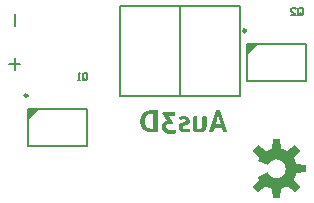
<source format=gbo>
G04 Layer_Color=32896*
%FSLAX44Y44*%
%MOMM*%
G71*
G01*
G75*
%ADD13C,0.2500*%
%ADD25C,0.1270*%
%ADD29C,0.2000*%
%ADD42C,0.1500*%
G36*
X152409Y79572D02*
X152784Y79522D01*
X153159Y79447D01*
X153484Y79372D01*
X153784Y79272D01*
X154084Y79172D01*
X154334Y79072D01*
X154559Y78972D01*
X154759Y78872D01*
X154934Y78772D01*
X155084Y78697D01*
X155184Y78622D01*
X155259Y78572D01*
X155309Y78547D01*
X155334Y78522D01*
X155584Y78322D01*
X155784Y78097D01*
X155958Y77847D01*
X156133Y77597D01*
X156383Y77097D01*
X156533Y76622D01*
X156633Y76198D01*
X156658Y75998D01*
X156683Y75848D01*
X156708Y75698D01*
Y75598D01*
Y75548D01*
Y75523D01*
X156683Y74973D01*
X156583Y74473D01*
X156458Y74073D01*
X156308Y73723D01*
X156159Y73473D01*
X156033Y73273D01*
X155934Y73173D01*
X155909Y73123D01*
X155584Y72848D01*
X155234Y72598D01*
X154859Y72398D01*
X154484Y72224D01*
X154184Y72098D01*
X153909Y71999D01*
X153809Y71974D01*
X153734Y71948D01*
X153709Y71924D01*
X153684D01*
X152109Y71474D01*
X151885Y71399D01*
X151685Y71324D01*
X151510Y71249D01*
X151360Y71174D01*
X151260Y71099D01*
X151185Y71049D01*
X151135Y71024D01*
X151110Y70999D01*
X150985Y70899D01*
X150885Y70774D01*
X150835Y70624D01*
X150785Y70474D01*
X150760Y70349D01*
X150735Y70249D01*
Y70174D01*
Y70149D01*
X150785Y69849D01*
X150860Y69624D01*
X150935Y69474D01*
X150985Y69449D01*
Y69424D01*
X151160Y69249D01*
X151360Y69124D01*
X151510Y69024D01*
X151535Y68999D01*
X151560D01*
X151835Y68899D01*
X152085Y68824D01*
X152184Y68799D01*
X152260D01*
X152310Y68774D01*
X152334D01*
X152634Y68749D01*
X152884Y68724D01*
X153109D01*
X153684Y68749D01*
X153959Y68774D01*
X154184Y68799D01*
X154384Y68824D01*
X154534Y68849D01*
X154634Y68874D01*
X154659D01*
X155234Y69024D01*
X155484Y69099D01*
X155734Y69199D01*
X155958Y69274D01*
X156109Y69324D01*
X156208Y69349D01*
X156258Y69374D01*
X156458Y68899D01*
X156558Y68674D01*
X156608Y68449D01*
X156683Y68274D01*
X156733Y68149D01*
X156758Y68050D01*
Y68025D01*
X156858Y67525D01*
X156908Y67275D01*
X156933Y67075D01*
X156958Y66900D01*
X156983Y66775D01*
Y66675D01*
Y66650D01*
X156608Y66525D01*
X156308Y66425D01*
X156184Y66375D01*
X156083Y66350D01*
X156033Y66325D01*
X156009D01*
X155659Y66250D01*
X155359Y66175D01*
X155259Y66150D01*
X155159D01*
X155109Y66125D01*
X155084D01*
X154734Y66075D01*
X154409Y66025D01*
X154284D01*
X154184Y66000D01*
X154109D01*
X153709Y65975D01*
X153359Y65950D01*
X152984D01*
X152484Y65975D01*
X152035Y66000D01*
X151635Y66050D01*
X151285Y66125D01*
X150985Y66175D01*
X150760Y66225D01*
X150635Y66250D01*
X150585Y66275D01*
X150185Y66425D01*
X149835Y66575D01*
X149535Y66725D01*
X149260Y66875D01*
X149060Y67000D01*
X148885Y67100D01*
X148785Y67175D01*
X148760Y67200D01*
X148485Y67425D01*
X148260Y67675D01*
X148086Y67900D01*
X147911Y68124D01*
X147786Y68324D01*
X147711Y68474D01*
X147661Y68574D01*
X147636Y68599D01*
X147511Y68924D01*
X147411Y69224D01*
X147336Y69524D01*
X147286Y69799D01*
X147261Y70024D01*
X147236Y70224D01*
Y70324D01*
Y70374D01*
Y70699D01*
X147261Y70999D01*
X147311Y71249D01*
X147336Y71474D01*
X147386Y71649D01*
X147436Y71799D01*
X147461Y71874D01*
Y71899D01*
X147561Y72123D01*
X147661Y72348D01*
X147761Y72523D01*
X147861Y72673D01*
X147961Y72798D01*
X148036Y72898D01*
X148086Y72948D01*
X148111Y72973D01*
X148435Y73273D01*
X148735Y73473D01*
X148885Y73573D01*
X148985Y73623D01*
X149060Y73673D01*
X149085D01*
X149510Y73873D01*
X149735Y73973D01*
X149935Y74048D01*
X150110Y74123D01*
X150235Y74148D01*
X150335Y74198D01*
X150360D01*
X151785Y74623D01*
X152010Y74698D01*
X152210Y74773D01*
X152385Y74848D01*
X152534Y74923D01*
X152634Y74973D01*
X152709Y75023D01*
X152759Y75048D01*
X152784D01*
X152884Y75148D01*
X152959Y75273D01*
X153059Y75523D01*
X153084Y75648D01*
X153109Y75723D01*
Y75798D01*
Y75823D01*
X153084Y76023D01*
X153034Y76198D01*
X152959Y76347D01*
X152859Y76472D01*
X152784Y76572D01*
X152709Y76622D01*
X152659Y76672D01*
X152634D01*
X152434Y76772D01*
X152210Y76822D01*
X151760Y76922D01*
X151585D01*
X151435Y76947D01*
X151285D01*
X150710Y76922D01*
X150460Y76897D01*
X150210Y76847D01*
X150035Y76822D01*
X149885Y76772D01*
X149785Y76747D01*
X149760D01*
X149235Y76597D01*
X149010Y76547D01*
X148810Y76472D01*
X148635Y76422D01*
X148510Y76372D01*
X148435Y76322D01*
X148411D01*
X148210Y76747D01*
X148036Y77122D01*
X147986Y77297D01*
X147936Y77422D01*
X147911Y77522D01*
Y77547D01*
X147786Y78072D01*
X147736Y78297D01*
X147711Y78497D01*
X147686Y78672D01*
X147661Y78822D01*
Y78897D01*
Y78922D01*
X148385Y79147D01*
X148735Y79247D01*
X149010Y79322D01*
X149285Y79372D01*
X149460Y79422D01*
X149585Y79447D01*
X149635D01*
X150335Y79547D01*
X150660Y79572D01*
X150960Y79597D01*
X151210Y79622D01*
X151985D01*
X152409Y79572D01*
D02*
G37*
G36*
X125491Y84720D02*
X125941D01*
X126316Y84695D01*
X126641Y84670D01*
X126891D01*
X127041Y84645D01*
X127091D01*
X127516Y84620D01*
X127916Y84595D01*
X128291Y84545D01*
X128640Y84520D01*
X128916Y84495D01*
X129140Y84470D01*
X129265Y84445D01*
X129315D01*
Y66250D01*
X128916Y66200D01*
X128516Y66175D01*
X128166Y66125D01*
X127841Y66100D01*
X127566Y66075D01*
X127341D01*
X127216Y66050D01*
X127166D01*
X126316Y66000D01*
X125916Y65975D01*
X125541D01*
X125241Y65950D01*
X124767D01*
X123867Y65975D01*
X123017Y66050D01*
X122217Y66150D01*
X121492Y66300D01*
X120817Y66475D01*
X120218Y66675D01*
X119643Y66875D01*
X119143Y67075D01*
X118718Y67275D01*
X118318Y67500D01*
X117993Y67675D01*
X117743Y67850D01*
X117543Y68000D01*
X117393Y68099D01*
X117293Y68175D01*
X117268Y68200D01*
X116819Y68649D01*
X116419Y69149D01*
X116094Y69674D01*
X115794Y70249D01*
X115544Y70824D01*
X115344Y71399D01*
X115169Y71999D01*
X115044Y72548D01*
X114944Y73098D01*
X114844Y73598D01*
X114794Y74048D01*
X114769Y74448D01*
X114744Y74773D01*
X114719Y75023D01*
Y75098D01*
Y75173D01*
Y75198D01*
Y75223D01*
X114744Y76097D01*
X114819Y76897D01*
X114944Y77647D01*
X115119Y78347D01*
X115294Y78997D01*
X115519Y79572D01*
X115744Y80121D01*
X115969Y80596D01*
X116194Y80996D01*
X116419Y81371D01*
X116644Y81671D01*
X116819Y81921D01*
X116994Y82121D01*
X117119Y82271D01*
X117193Y82346D01*
X117219Y82371D01*
X117718Y82796D01*
X118243Y83146D01*
X118818Y83471D01*
X119418Y83745D01*
X120018Y83970D01*
X120618Y84170D01*
X121217Y84320D01*
X121792Y84445D01*
X122342Y84545D01*
X122842Y84620D01*
X123317Y84670D01*
X123717Y84720D01*
X124042D01*
X124292Y84745D01*
X125016D01*
X125491Y84720D01*
D02*
G37*
G36*
X181077Y84570D02*
X181377D01*
X181477Y84545D01*
X181552D01*
X181902Y84520D01*
X182227Y84495D01*
X182352Y84470D01*
X182452D01*
X182527Y84445D01*
X182552D01*
X188300Y66250D01*
X187625Y66175D01*
X187325Y66125D01*
X187026D01*
X186801Y66100D01*
X186451D01*
X185826Y66125D01*
X185551Y66150D01*
X185276Y66175D01*
X185051Y66200D01*
X184876Y66225D01*
X184776Y66250D01*
X184726D01*
X183676Y69874D01*
X177653D01*
X176628Y66250D01*
X175953Y66175D01*
X175629Y66125D01*
X175354D01*
X175104Y66100D01*
X174754D01*
X174029Y66125D01*
X173679Y66150D01*
X173379Y66175D01*
X173104Y66200D01*
X172904Y66225D01*
X172779Y66250D01*
X172729D01*
X178428Y84445D01*
X178853Y84495D01*
X179028Y84520D01*
X179178D01*
X179328Y84545D01*
X179503D01*
X179852Y84570D01*
X180177Y84595D01*
X180902D01*
X181077Y84570D01*
D02*
G37*
G36*
X169780Y79447D02*
X170080Y79422D01*
X170355Y79397D01*
X170580Y79372D01*
X170780Y79347D01*
X170880Y79322D01*
X170930D01*
Y72298D01*
X170905Y71549D01*
X170855Y70899D01*
X170755Y70299D01*
X170655Y69824D01*
X170630Y69624D01*
X170580Y69449D01*
X170530Y69274D01*
X170480Y69149D01*
X170455Y69049D01*
X170430Y68974D01*
X170405Y68949D01*
Y68924D01*
X170180Y68474D01*
X169955Y68074D01*
X169705Y67750D01*
X169480Y67475D01*
X169280Y67275D01*
X169105Y67125D01*
X169005Y67025D01*
X168955Y67000D01*
X168605Y66775D01*
X168255Y66600D01*
X167906Y66450D01*
X167581Y66325D01*
X167306Y66250D01*
X167081Y66200D01*
X166931Y66150D01*
X166881D01*
X165981Y66025D01*
X165556Y66000D01*
X165181Y65975D01*
X164856Y65950D01*
X164381D01*
X163857Y65975D01*
X163357Y66000D01*
X162882Y66050D01*
X162482Y66100D01*
X162132Y66150D01*
X161857Y66175D01*
X161757Y66200D01*
X161682Y66225D01*
X161632D01*
X161157Y66325D01*
X160732Y66425D01*
X160357Y66500D01*
X160058Y66575D01*
X159808Y66650D01*
X159633Y66700D01*
X159508Y66750D01*
X159483D01*
Y79322D01*
X160133Y79422D01*
X160457Y79447D01*
X160707D01*
X160957Y79472D01*
X161282D01*
X161907Y79447D01*
X162207Y79422D01*
X162482Y79397D01*
X162707Y79372D01*
X162907Y79347D01*
X163007Y79322D01*
X163057D01*
Y69074D01*
X163307Y69024D01*
X163557Y68974D01*
X163832Y68949D01*
X164056Y68924D01*
X164281Y68899D01*
X164856D01*
X165081Y68924D01*
X165281Y68949D01*
X165456Y68974D01*
X165606Y68999D01*
X165706Y69024D01*
X165781Y69049D01*
X165806D01*
X166156Y69199D01*
X166406Y69399D01*
X166506Y69474D01*
X166581Y69549D01*
X166631Y69574D01*
X166656Y69599D01*
X166781Y69749D01*
X166881Y69949D01*
X167056Y70299D01*
X167106Y70449D01*
X167156Y70574D01*
X167181Y70649D01*
Y70674D01*
X167231Y70949D01*
X167256Y71224D01*
X167306Y71524D01*
Y71799D01*
X167331Y72024D01*
Y72224D01*
Y72348D01*
Y72398D01*
Y79322D01*
X167980Y79422D01*
X168305Y79447D01*
X168555D01*
X168805Y79472D01*
X169130D01*
X169780Y79447D01*
D02*
G37*
G36*
X20000Y76000D02*
Y86000D01*
X30000D01*
X20000Y76000D01*
D02*
G37*
G36*
X205000Y131000D02*
Y141000D01*
X215000D01*
X205000Y131000D01*
D02*
G37*
G36*
X144361Y82196D02*
X144387Y81921D01*
X144411Y81671D01*
X144437Y81471D01*
Y81321D01*
Y81221D01*
Y81171D01*
X144411Y80621D01*
X144387Y80371D01*
X144337Y80121D01*
X144312Y79921D01*
X144286Y79771D01*
X144262Y79672D01*
Y79647D01*
X138713D01*
X142087Y73523D01*
X141837Y73148D01*
X141512Y73223D01*
X141237Y73273D01*
X141137D01*
X141037Y73298D01*
X140962D01*
X140612Y73323D01*
X140063D01*
X139588Y73298D01*
X139388Y73273D01*
X139188Y73248D01*
X139038Y73223D01*
X138913Y73198D01*
X138838Y73173D01*
X138813D01*
X138388Y73048D01*
X138188Y72973D01*
X138038Y72923D01*
X137913Y72848D01*
X137813Y72798D01*
X137763Y72773D01*
X137738Y72748D01*
X137438Y72498D01*
X137213Y72249D01*
X137113Y72148D01*
X137063Y72049D01*
X137013Y71999D01*
Y71974D01*
X136913Y71799D01*
X136863Y71599D01*
X136763Y71249D01*
Y71099D01*
X136739Y70974D01*
Y70899D01*
Y70874D01*
X136763Y70549D01*
X136788Y70274D01*
X136838Y70024D01*
X136888Y69799D01*
X136963Y69624D01*
X137013Y69499D01*
X137038Y69424D01*
X137063Y69399D01*
X137313Y68999D01*
X137463Y68824D01*
X137588Y68674D01*
X137713Y68549D01*
X137788Y68474D01*
X137863Y68425D01*
X137888Y68400D01*
X138313Y68149D01*
X138713Y67950D01*
X138888Y67875D01*
X139013Y67850D01*
X139113Y67800D01*
X139138D01*
X139688Y67700D01*
X139938Y67675D01*
X140188Y67650D01*
X140387Y67625D01*
X141087D01*
X141462Y67650D01*
X141787Y67700D01*
X142062Y67725D01*
X142312Y67775D01*
X142487Y67800D01*
X142587Y67825D01*
X142637D01*
X143287Y68000D01*
X143587Y68074D01*
X143862Y68175D01*
X144112Y68225D01*
X144286Y68299D01*
X144411Y68324D01*
X144461Y68349D01*
X144711Y67875D01*
X144811Y67625D01*
X144886Y67425D01*
X144961Y67225D01*
X145011Y67075D01*
X145061Y66975D01*
Y66950D01*
X145186Y66375D01*
X145236Y66125D01*
X145286Y65875D01*
X145311Y65675D01*
X145336Y65525D01*
Y65425D01*
Y65400D01*
X144861Y65250D01*
X144661Y65175D01*
X144461Y65125D01*
X144312Y65075D01*
X144212Y65050D01*
X144137Y65025D01*
X144112D01*
X143687Y64900D01*
X143512Y64850D01*
X143337Y64825D01*
X143187Y64800D01*
X143087Y64775D01*
X143012Y64750D01*
X142987D01*
X142587Y64700D01*
X142387Y64675D01*
X142212Y64650D01*
X142062D01*
X141962Y64625D01*
X141862D01*
X141387Y64600D01*
X141162D01*
X140937Y64575D01*
X140487D01*
X139913Y64600D01*
X139388Y64650D01*
X138888Y64700D01*
X138463Y64800D01*
X138088Y64875D01*
X137813Y64925D01*
X137713Y64950D01*
X137638Y64975D01*
X137613Y65000D01*
X137588D01*
X137088Y65175D01*
X136664Y65350D01*
X136264Y65575D01*
X135914Y65775D01*
X135639Y65950D01*
X135439Y66100D01*
X135314Y66200D01*
X135264Y66225D01*
X134914Y66550D01*
X134589Y66875D01*
X134339Y67225D01*
X134114Y67550D01*
X133939Y67825D01*
X133814Y68050D01*
X133739Y68200D01*
X133714Y68225D01*
Y68250D01*
X133539Y68724D01*
X133389Y69224D01*
X133289Y69699D01*
X133239Y70124D01*
X133189Y70524D01*
Y70674D01*
X133164Y70824D01*
Y70949D01*
Y71024D01*
Y71074D01*
Y71099D01*
Y71399D01*
X133214Y71699D01*
X133264Y71974D01*
X133314Y72224D01*
X133364Y72423D01*
X133414Y72598D01*
X133439Y72698D01*
X133464Y72723D01*
X133589Y73023D01*
X133714Y73298D01*
X133839Y73548D01*
X133989Y73748D01*
X134089Y73923D01*
X134189Y74073D01*
X134264Y74148D01*
X134289Y74173D01*
X134514Y74398D01*
X134739Y74598D01*
X134964Y74773D01*
X135164Y74898D01*
X135364Y75023D01*
X135514Y75098D01*
X135614Y75148D01*
X135639Y75173D01*
X135939Y75298D01*
X136239Y75398D01*
X136538Y75448D01*
X136813Y75498D01*
X137063Y75523D01*
X137238Y75548D01*
X137513D01*
X133439Y82321D01*
X133689Y82746D01*
X144262D01*
X144361Y82196D01*
D02*
G37*
G36*
X234064Y51764D02*
X235583Y51433D01*
X238600Y50063D01*
X239144Y49732D01*
X245494Y54812D01*
X249812Y50494D01*
X244732Y44144D01*
X245487Y42902D01*
X246607Y39785D01*
X246764Y39064D01*
X254892Y38048D01*
Y31953D01*
X246764Y31134D01*
X246431Y29524D01*
X245043Y26415D01*
X244732Y25892D01*
X249812Y19608D01*
X245494Y15300D01*
X239144Y20424D01*
X237826Y19579D01*
X234693Y18405D01*
X234064Y18253D01*
X233048Y10186D01*
X226953D01*
X226134Y18253D01*
X224614Y18603D01*
X221496Y20046D01*
X220892Y20424D01*
X214608Y15300D01*
X210300Y19608D01*
X215424Y25892D01*
X214596Y27216D01*
X214121Y28421D01*
X214120Y28422D01*
X222782Y32010D01*
X223076Y31299D01*
X224428Y29427D01*
X226060Y28175D01*
X227960Y27388D01*
X229488Y27187D01*
X230000Y27187D01*
X230519Y27185D01*
X232066Y27389D01*
X233974Y28179D01*
X235612Y29436D01*
X236869Y31074D01*
X237659Y32982D01*
X237929Y35029D01*
X237659Y37076D01*
X236869Y38983D01*
X235612Y40622D01*
X233974Y41878D01*
X232066Y42669D01*
X230019Y42938D01*
X227972Y42669D01*
X226065Y41878D01*
X224426Y40622D01*
X223077Y38756D01*
X222782Y38048D01*
X214120Y41604D01*
X214445Y42392D01*
X215049Y43542D01*
X215424Y44144D01*
X210300Y50494D01*
X214608Y54812D01*
X220892Y49732D01*
X222136Y50471D01*
X225347Y51601D01*
X226134Y51764D01*
X226953Y59892D01*
X233048D01*
X234064Y51764D01*
D02*
G37*
%LPC*%
G36*
X180602Y80596D02*
X178503Y72948D01*
X182827D01*
X180602Y80596D01*
D02*
G37*
G36*
X124442Y81546D02*
X123542D01*
X123167Y81496D01*
X122817Y81446D01*
X122517Y81396D01*
X122267Y81346D01*
X122092Y81296D01*
X121967Y81271D01*
X121917Y81246D01*
X121567Y81121D01*
X121242Y80971D01*
X120968Y80821D01*
X120718Y80646D01*
X120518Y80496D01*
X120368Y80371D01*
X120268Y80271D01*
X120243Y80246D01*
X119993Y79971D01*
X119768Y79647D01*
X119568Y79322D01*
X119393Y79022D01*
X119268Y78747D01*
X119168Y78522D01*
X119118Y78372D01*
X119093Y78347D01*
Y78322D01*
X118943Y77847D01*
X118843Y77347D01*
X118743Y76847D01*
X118693Y76372D01*
X118668Y75947D01*
Y75748D01*
X118643Y75598D01*
Y75473D01*
Y75373D01*
Y75323D01*
Y75298D01*
X118668Y74623D01*
X118718Y74023D01*
X118793Y73498D01*
X118868Y73048D01*
X118943Y72698D01*
X118993Y72548D01*
X119018Y72448D01*
X119043Y72348D01*
X119068Y72274D01*
X119093Y72249D01*
Y72224D01*
X119268Y71799D01*
X119443Y71424D01*
X119643Y71099D01*
X119818Y70824D01*
X119993Y70624D01*
X120118Y70449D01*
X120218Y70349D01*
X120243Y70324D01*
X120518Y70074D01*
X120817Y69874D01*
X121117Y69699D01*
X121367Y69574D01*
X121617Y69474D01*
X121792Y69399D01*
X121917Y69374D01*
X121967Y69349D01*
X122717Y69199D01*
X123092Y69149D01*
X123417Y69124D01*
X123717D01*
X123942Y69099D01*
X124492D01*
X124767Y69124D01*
X125016D01*
X125241Y69149D01*
X125441D01*
X125541Y69174D01*
X125591D01*
Y81471D01*
X125291Y81496D01*
X125042Y81521D01*
X124767D01*
X124442Y81546D01*
D02*
G37*
%LPD*%
D13*
X19250Y97000D02*
G03*
X19250Y97000I-1250J0D01*
G01*
X204250Y152000D02*
G03*
X204250Y152000I-1250J0D01*
G01*
D25*
X20000Y86000D02*
X70000D01*
X20000Y54000D02*
X70000D01*
X20000D02*
Y86000D01*
X70000Y54000D02*
Y86000D01*
X205000Y141000D02*
X255000D01*
X205000Y109000D02*
X255000D01*
X205000D02*
Y141000D01*
X255000Y109000D02*
Y141000D01*
D29*
X148100Y96500D02*
Y145183D01*
Y96500D02*
Y172700D01*
X97300Y96500D02*
Y172700D01*
X148100D01*
X97300Y96500D02*
X148100D01*
X198900D02*
Y145183D01*
Y96500D02*
Y172700D01*
X148100Y96500D02*
Y172700D01*
X198900D01*
X148100Y96500D02*
X198900D01*
X3300Y123748D02*
X13297D01*
X8299Y128746D02*
Y118749D01*
X8303Y156250D02*
Y166247D01*
D42*
X66001Y110999D02*
Y114998D01*
X67001Y115998D01*
X69000D01*
X70000Y114998D01*
Y110999D01*
X69000Y110000D01*
X67001D01*
X68001Y111999D02*
X66001Y110000D01*
X67001D02*
X66001Y110999D01*
X64002Y110000D02*
X62003D01*
X63002D01*
Y115998D01*
X64002Y114998D01*
X248501Y165999D02*
Y169998D01*
X249501Y170998D01*
X251500D01*
X252500Y169998D01*
Y165999D01*
X251500Y165000D01*
X249501D01*
X250501Y166999D02*
X248501Y165000D01*
X249501D02*
X248501Y165999D01*
X242503Y165000D02*
X246502D01*
X242503Y168999D01*
Y169998D01*
X243503Y170998D01*
X245502D01*
X246502Y169998D01*
M02*

</source>
